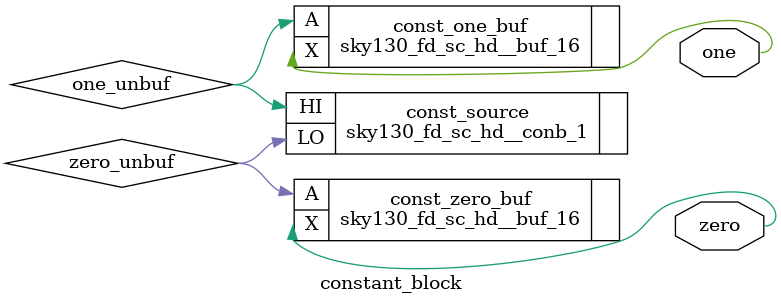
<source format=v>


`default_nettype none
/* 
 *---------------------------------------------------------------------
 * A simple module that generates buffered high and low outputs
 * in the 1.8V domain.
 *---------------------------------------------------------------------
 */

module constant_block (
    `ifdef USE_POWER_PINS
         inout vccd,
         inout vssd,
    `endif

    output	 one,
    output	 zero
);

    wire	one_unbuf;
    wire	zero_unbuf;

    sky130_fd_sc_hd__conb_1 const_source (
`ifdef USE_POWER_PINS
            .VPWR(vccd),
            .VGND(vssd),
            .VPB(vccd),
            .VNB(vssd),
`endif
            .HI(one_unbuf),
            .LO(zero_unbuf)
    );

    /* Buffer the constant outputs (could be synthesized) */
    /* NOTE:  Constant cell HI, LO outputs are connected to power	*/
    /* rails through an approximately 120 ohm resistor, which is not	*/
    /* enough to drive inputs in the I/O cells while ensuring ESD	*/
    /* requirements, without buffering.					*/

    sky130_fd_sc_hd__buf_16 const_one_buf (
`ifdef USE_POWER_PINS
            .VPWR(vccd),
            .VGND(vssd),
            .VPB(vccd),
            .VNB(vssd),
`endif
            .A(one_unbuf),
            .X(one)
    );

    sky130_fd_sc_hd__buf_16 const_zero_buf (
`ifdef USE_POWER_PINS
            .VPWR(vccd),
            .VGND(vssd),
            .VPB(vccd),
            .VNB(vssd),
`endif
            .A(zero_unbuf),
            .X(zero)
    );

endmodule
`default_nettype wire

</source>
